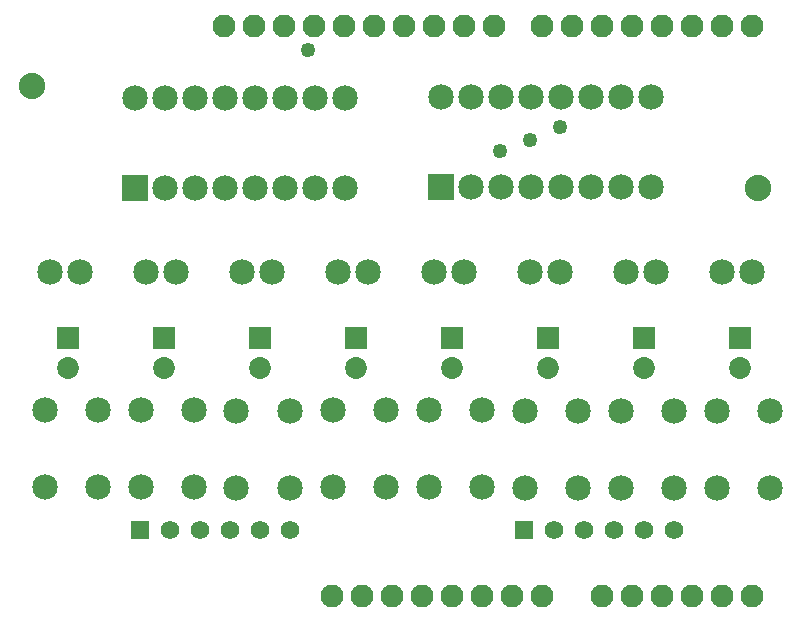
<source format=gts>
G04 MADE WITH FRITZING*
G04 WWW.FRITZING.ORG*
G04 DOUBLE SIDED*
G04 HOLES PLATED*
G04 CONTOUR ON CENTER OF CONTOUR VECTOR*
%ASAXBY*%
%FSLAX23Y23*%
%MOIN*%
%OFA0B0*%
%SFA1.0B1.0*%
%ADD10C,0.049370*%
%ADD11C,0.061496*%
%ADD12C,0.088000*%
%ADD13C,0.076194*%
%ADD14C,0.076222*%
%ADD15C,0.085000*%
%ADD16C,0.072992*%
%ADD17R,0.085000X0.085000*%
%ADD18R,0.072992X0.072992*%
%ADD19R,0.001000X0.001000*%
%LNMASK1*%
G90*
G70*
G54D10*
X1040Y1926D03*
G54D11*
X480Y326D03*
X580Y326D03*
X680Y326D03*
X780Y326D03*
X880Y326D03*
X980Y326D03*
X480Y326D03*
X580Y326D03*
X680Y326D03*
X780Y326D03*
X880Y326D03*
X980Y326D03*
X1760Y326D03*
X1860Y326D03*
X1960Y326D03*
X2060Y326D03*
X2160Y326D03*
X2260Y326D03*
X1760Y326D03*
X1860Y326D03*
X1960Y326D03*
X2060Y326D03*
X2160Y326D03*
X2260Y326D03*
G54D12*
X2540Y1466D03*
X120Y1806D03*
G54D10*
X1679Y1587D03*
X1780Y1625D03*
X1880Y1667D03*
G54D13*
X2120Y106D03*
X2220Y106D03*
X2320Y106D03*
X2420Y106D03*
X2520Y106D03*
G54D14*
X1660Y2006D03*
X1560Y2006D03*
X1460Y2006D03*
X1360Y2006D03*
X1260Y2006D03*
X1160Y2006D03*
X1060Y2006D03*
X960Y2006D03*
X860Y2006D03*
X760Y2006D03*
X2520Y2006D03*
X2420Y2006D03*
X2320Y2006D03*
X2220Y2006D03*
X2120Y2006D03*
X2020Y2006D03*
X1920Y2006D03*
X1820Y2006D03*
G54D13*
X1220Y106D03*
X1120Y106D03*
X1320Y106D03*
X1420Y106D03*
X1520Y106D03*
X1620Y106D03*
X1720Y106D03*
X1820Y106D03*
X2020Y106D03*
G54D15*
X461Y1465D03*
X461Y1765D03*
X561Y1465D03*
X561Y1765D03*
X661Y1465D03*
X661Y1765D03*
X761Y1465D03*
X761Y1765D03*
X861Y1465D03*
X861Y1765D03*
X961Y1465D03*
X961Y1765D03*
X1061Y1465D03*
X1061Y1765D03*
X1161Y1465D03*
X1161Y1765D03*
G54D16*
X240Y964D03*
X240Y866D03*
X560Y964D03*
X560Y866D03*
X880Y964D03*
X880Y866D03*
X1200Y964D03*
X1200Y866D03*
X1520Y964D03*
X1520Y866D03*
X1840Y964D03*
X1840Y866D03*
X2160Y964D03*
X2160Y866D03*
X2480Y964D03*
X2480Y866D03*
G54D15*
X1482Y1467D03*
X1482Y1767D03*
X1582Y1467D03*
X1582Y1767D03*
X1682Y1467D03*
X1682Y1767D03*
X1782Y1467D03*
X1782Y1767D03*
X1882Y1467D03*
X1882Y1767D03*
X1982Y1467D03*
X1982Y1767D03*
X2082Y1467D03*
X2082Y1767D03*
X2182Y1467D03*
X2182Y1767D03*
X163Y470D03*
X163Y726D03*
X340Y470D03*
X340Y726D03*
X483Y470D03*
X483Y726D03*
X660Y470D03*
X660Y726D03*
X800Y466D03*
X800Y721D03*
X978Y466D03*
X978Y721D03*
X1123Y470D03*
X1123Y726D03*
X1300Y470D03*
X1300Y726D03*
X1443Y470D03*
X1443Y726D03*
X1620Y470D03*
X1620Y726D03*
X1763Y466D03*
X1763Y721D03*
X1940Y466D03*
X1940Y721D03*
X2083Y466D03*
X2083Y721D03*
X2260Y466D03*
X2260Y721D03*
X2403Y466D03*
X2403Y721D03*
X2580Y466D03*
X2580Y721D03*
X2520Y1186D03*
X2420Y1186D03*
X2200Y1186D03*
X2100Y1186D03*
X1880Y1186D03*
X1780Y1186D03*
X1560Y1186D03*
X1460Y1186D03*
X1240Y1186D03*
X1140Y1186D03*
X920Y1186D03*
X820Y1186D03*
X600Y1186D03*
X500Y1186D03*
X280Y1186D03*
X180Y1186D03*
G54D17*
X461Y1465D03*
G54D18*
X240Y964D03*
X560Y964D03*
X880Y964D03*
X1200Y964D03*
X1520Y964D03*
X1840Y964D03*
X2160Y964D03*
X2480Y964D03*
G54D17*
X1482Y1467D03*
G54D19*
X449Y356D02*
X510Y356D01*
X1729Y356D02*
X1790Y356D01*
X449Y355D02*
X510Y355D01*
X1729Y355D02*
X1790Y355D01*
X449Y354D02*
X510Y354D01*
X1729Y354D02*
X1790Y354D01*
X449Y353D02*
X510Y353D01*
X1729Y353D02*
X1790Y353D01*
X449Y352D02*
X510Y352D01*
X1729Y352D02*
X1790Y352D01*
X449Y351D02*
X510Y351D01*
X1729Y351D02*
X1790Y351D01*
X449Y350D02*
X510Y350D01*
X1729Y350D02*
X1790Y350D01*
X449Y349D02*
X510Y349D01*
X1729Y349D02*
X1790Y349D01*
X449Y348D02*
X510Y348D01*
X1729Y348D02*
X1790Y348D01*
X449Y347D02*
X510Y347D01*
X1729Y347D02*
X1790Y347D01*
X449Y346D02*
X510Y346D01*
X1729Y346D02*
X1790Y346D01*
X449Y345D02*
X510Y345D01*
X1729Y345D02*
X1790Y345D01*
X449Y344D02*
X510Y344D01*
X1729Y344D02*
X1790Y344D01*
X449Y343D02*
X510Y343D01*
X1729Y343D02*
X1790Y343D01*
X449Y342D02*
X510Y342D01*
X1729Y342D02*
X1790Y342D01*
X449Y341D02*
X510Y341D01*
X1729Y341D02*
X1790Y341D01*
X449Y340D02*
X510Y340D01*
X1729Y340D02*
X1790Y340D01*
X449Y339D02*
X510Y339D01*
X1729Y339D02*
X1790Y339D01*
X449Y338D02*
X510Y338D01*
X1729Y338D02*
X1790Y338D01*
X449Y337D02*
X510Y337D01*
X1729Y337D02*
X1790Y337D01*
X449Y336D02*
X475Y336D01*
X484Y336D02*
X510Y336D01*
X1729Y336D02*
X1755Y336D01*
X1764Y336D02*
X1790Y336D01*
X449Y335D02*
X473Y335D01*
X486Y335D02*
X510Y335D01*
X1729Y335D02*
X1753Y335D01*
X1766Y335D02*
X1790Y335D01*
X449Y334D02*
X472Y334D01*
X487Y334D02*
X510Y334D01*
X1729Y334D02*
X1752Y334D01*
X1767Y334D02*
X1790Y334D01*
X449Y333D02*
X471Y333D01*
X488Y333D02*
X510Y333D01*
X1729Y333D02*
X1751Y333D01*
X1768Y333D02*
X1790Y333D01*
X449Y332D02*
X470Y332D01*
X489Y332D02*
X510Y332D01*
X1729Y332D02*
X1750Y332D01*
X1769Y332D02*
X1790Y332D01*
X449Y331D02*
X470Y331D01*
X490Y331D02*
X510Y331D01*
X1729Y331D02*
X1749Y331D01*
X1769Y331D02*
X1790Y331D01*
X449Y330D02*
X469Y330D01*
X490Y330D02*
X510Y330D01*
X1729Y330D02*
X1749Y330D01*
X1770Y330D02*
X1790Y330D01*
X449Y329D02*
X469Y329D01*
X491Y329D02*
X510Y329D01*
X1729Y329D02*
X1748Y329D01*
X1770Y329D02*
X1790Y329D01*
X449Y328D02*
X469Y328D01*
X491Y328D02*
X510Y328D01*
X1729Y328D02*
X1748Y328D01*
X1770Y328D02*
X1790Y328D01*
X449Y327D02*
X469Y327D01*
X491Y327D02*
X510Y327D01*
X1729Y327D02*
X1748Y327D01*
X1770Y327D02*
X1790Y327D01*
X449Y326D02*
X468Y326D01*
X491Y326D02*
X510Y326D01*
X1729Y326D02*
X1748Y326D01*
X1770Y326D02*
X1790Y326D01*
X449Y325D02*
X469Y325D01*
X491Y325D02*
X510Y325D01*
X1729Y325D02*
X1748Y325D01*
X1770Y325D02*
X1790Y325D01*
X449Y324D02*
X469Y324D01*
X491Y324D02*
X510Y324D01*
X1729Y324D02*
X1748Y324D01*
X1770Y324D02*
X1790Y324D01*
X449Y323D02*
X469Y323D01*
X491Y323D02*
X510Y323D01*
X1729Y323D02*
X1748Y323D01*
X1770Y323D02*
X1790Y323D01*
X449Y322D02*
X469Y322D01*
X490Y322D02*
X510Y322D01*
X1729Y322D02*
X1749Y322D01*
X1770Y322D02*
X1790Y322D01*
X449Y321D02*
X470Y321D01*
X490Y321D02*
X510Y321D01*
X1729Y321D02*
X1749Y321D01*
X1769Y321D02*
X1790Y321D01*
X449Y320D02*
X470Y320D01*
X489Y320D02*
X510Y320D01*
X1729Y320D02*
X1750Y320D01*
X1769Y320D02*
X1790Y320D01*
X449Y319D02*
X471Y319D01*
X488Y319D02*
X510Y319D01*
X1729Y319D02*
X1751Y319D01*
X1768Y319D02*
X1790Y319D01*
X449Y318D02*
X472Y318D01*
X487Y318D02*
X510Y318D01*
X1729Y318D02*
X1752Y318D01*
X1767Y318D02*
X1790Y318D01*
X449Y317D02*
X473Y317D01*
X486Y317D02*
X510Y317D01*
X1729Y317D02*
X1753Y317D01*
X1766Y317D02*
X1790Y317D01*
X449Y316D02*
X475Y316D01*
X484Y316D02*
X510Y316D01*
X1729Y316D02*
X1755Y316D01*
X1764Y316D02*
X1790Y316D01*
X449Y315D02*
X510Y315D01*
X1729Y315D02*
X1790Y315D01*
X449Y314D02*
X510Y314D01*
X1729Y314D02*
X1790Y314D01*
X449Y313D02*
X510Y313D01*
X1729Y313D02*
X1790Y313D01*
X449Y312D02*
X510Y312D01*
X1729Y312D02*
X1790Y312D01*
X449Y311D02*
X510Y311D01*
X1729Y311D02*
X1790Y311D01*
X449Y310D02*
X510Y310D01*
X1729Y310D02*
X1790Y310D01*
X449Y309D02*
X510Y309D01*
X1729Y309D02*
X1790Y309D01*
X449Y308D02*
X510Y308D01*
X1729Y308D02*
X1790Y308D01*
X449Y307D02*
X510Y307D01*
X1729Y307D02*
X1790Y307D01*
X449Y306D02*
X510Y306D01*
X1729Y306D02*
X1790Y306D01*
X449Y305D02*
X510Y305D01*
X1729Y305D02*
X1790Y305D01*
X449Y304D02*
X510Y304D01*
X1729Y304D02*
X1790Y304D01*
X449Y303D02*
X510Y303D01*
X1729Y303D02*
X1790Y303D01*
X449Y302D02*
X510Y302D01*
X1729Y302D02*
X1790Y302D01*
X449Y301D02*
X510Y301D01*
X1729Y301D02*
X1790Y301D01*
X449Y300D02*
X510Y300D01*
X1729Y300D02*
X1790Y300D01*
X449Y299D02*
X510Y299D01*
X1729Y299D02*
X1790Y299D01*
X449Y298D02*
X510Y298D01*
X1729Y298D02*
X1790Y298D01*
X449Y297D02*
X510Y297D01*
X1729Y297D02*
X1790Y297D01*
X449Y296D02*
X510Y296D01*
X1729Y296D02*
X1790Y296D01*
D02*
G04 End of Mask1*
M02*
</source>
